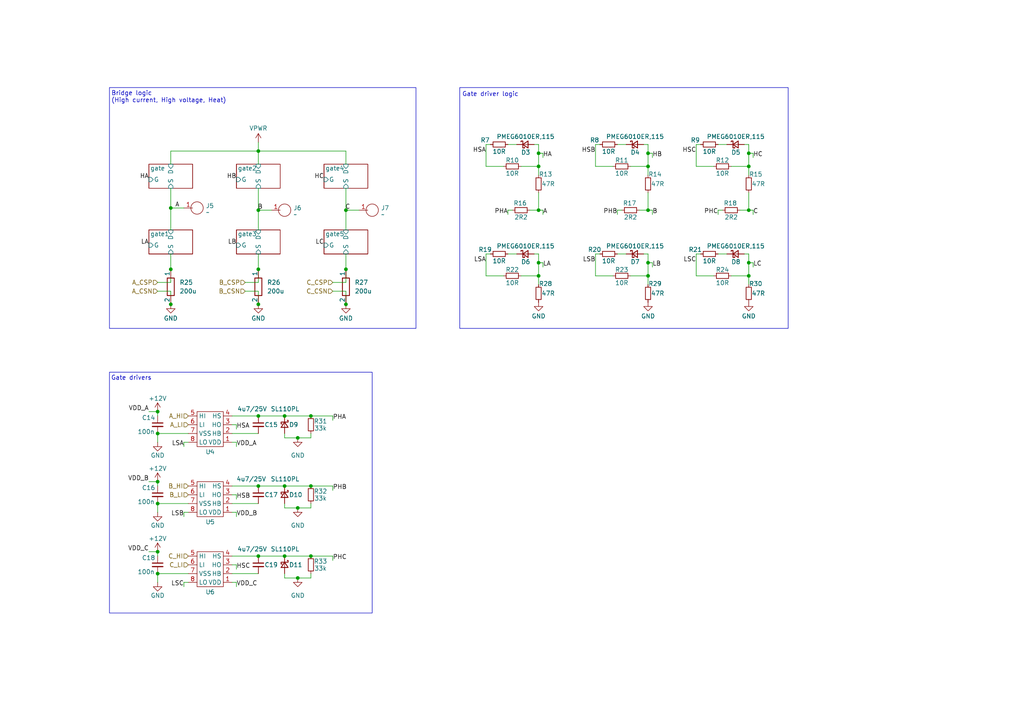
<source format=kicad_sch>
(kicad_sch (version 20231120) (generator "eeschema") (generator_version "8.0")
  (paper "A4")
  (lib_symbols
    (symbol "Device:C_Small" (pin_numbers hide) (pin_names (offset 0.254) hide)
      (property "Reference" "C" (at 0.254 1.778 0))
      (property "Value" "C_Small" (at 0.254 -2.032 0))
      (symbol "C_Small_0_1"
        (polyline (pts (xy -1.524 -0.508) (xy 1.524 -0.508)) (stroke (width 0.3302)))
        (polyline (pts (xy -1.524 0.508) (xy 1.524 0.508)) (stroke (width 0.3048)))
      )
      (symbol "C_Small_1_1"
        (pin passive line (at 0 2.54 270) (length 2.032) (name "~") (number "1"))
        (pin passive line (at 0 -2.54 90) (length 2.032) (name "~") (number "2"))
      )
    )
    (symbol "Device:D_Schottky_Small" (pin_numbers hide) (pin_names (offset 0.254) hide)
      (property "Reference" "D" (at -1.27 2.032 0))
      (property "Value" "D_Schottky_Small" (at -7.112 -2.032 0))
      (symbol "D_Schottky_Small_0_1"
        (polyline (pts (xy -0.762 0) (xy 0.762 0)))
        (polyline (pts (xy 0.762 -1.016) (xy -0.762 0) (xy 0.762 1.016) (xy 0.762 -1.016)) (stroke (width 0.254)))
        (polyline (pts (xy -1.27 0.762) (xy -1.27 1.016) (xy -0.762 1.016) (xy -0.762 -1.016) (xy -0.254 -1.016) (xy -0.254 -0.762)) (stroke (width 0.254)))
      )
      (symbol "D_Schottky_Small_1_1"
        (pin passive line (at -2.54 0 0) (length 1.778) (name "K") (number "1"))
        (pin passive line (at 2.54 0 180) (length 1.778) (name "A") (number "2"))
      )
    )
    (symbol "Device:R_Small" (pin_numbers hide) (pin_names (offset 0.254) hide)
      (property "Reference" "R" (at 0.762 0.508 0))
      (property "Value" "R_Small" (at 0.762 -1.016 0))
      (symbol "R_Small_0_1"
        (rectangle (start -0.762 1.778) (end 0.762 -1.778) (stroke (width 0.2032)))
      )
      (symbol "R_Small_1_1"
        (pin passive line (at 0 2.54 270) (length 0.762) (name "~") (number "1"))
        (pin passive line (at 0 -2.54 90) (length 0.762) (name "~") (number "2"))
      )
    )
    (symbol "Marijn:4mm_Banana_Jack_Vertical"
      (property "Reference" "J" (at 0 0 0))
      (symbol "4mm_Banana_Jack_Vertical_0_1"
        (circle (center 0 0) (radius 1.7961))
      )
      (symbol "4mm_Banana_Jack_Vertical_1_1"
        (pin passive line (at 0 -3.81 90) (length 2.54) (name "") (number "1"))
      )
    )
    (symbol "Marijn:CSS2H-3920R-L500F" (pin_numbers hide) (pin_names (offset 0))
      (property "Reference" "R" (at -4.445 0 90))
      (property "Value" "500u" (at -2.54 0 90))
      (symbol "CSS2H-3920R-L500F_0_1"
        (rectangle (start -1.016 2.54) (end 1.016 -2.54) (stroke (width 0.254)))
      )
      (symbol "CSS2H-3920R-L500F_1_1"
        (pin passive line (at 0 5.08 270) (length 2.54) (name "1") (number "1"))
        (pin passive line (at 0 -5.08 90) (length 2.54) (name "2") (number "2"))
      )
    )
    (symbol "Marijn:MIC4104"
      (property "Reference" "U" (at 0 0 0))
      (symbol "MIC4104_0_1"
        (rectangle (start -3.81 5.08) (end 3.81 -5.08))
      )
      (symbol "MIC4104_1_1"
        (pin power_in line (at -6.35 3.81 0) (length 2.54) (name "VDD") (number "1"))
        (pin passive line (at -6.35 1.27 0) (length 2.54) (name "HB") (number "2"))
        (pin output line (at -6.35 -1.27 0) (length 2.54) (name "HO") (number "3"))
        (pin input line (at -6.35 -3.81 0) (length 2.54) (name "HS") (number "4"))
        (pin input line (at 6.35 -3.81 180) (length 2.54) (name "HI") (number "5"))
        (pin input line (at 6.35 -1.27 180) (length 2.54) (name "LI") (number "6"))
        (pin power_in line (at 6.35 1.27 180) (length 2.54) (name "VSS") (number "7"))
        (pin output line (at 6.35 3.81 180) (length 2.54) (name "LO") (number "8"))
      )
    )
    (symbol "power:+12V" (power) (pin_numbers hide) (pin_names (offset 0) hide)
      (property "Value" "+12V" (at 0 3.556 0))
      (symbol "+12V_0_1"
        (polyline (pts (xy -0.762 1.27) (xy 0 2.54)))
        (polyline (pts (xy 0 0) (xy 0 2.54)))
        (polyline (pts (xy 0 2.54) (xy 0.762 1.27)))
      )
      (symbol "+12V_1_1"
        (pin power_in line (at 0 0 90) (length 0) (name "~") (number "1"))
      )
    )
    (symbol "power:GND" (power) (pin_numbers hide) (pin_names (offset 0) hide)
      (property "Value" "GND" (at 0 -3.81 0))
      (symbol "GND_0_1"
        (polyline (pts (xy 0 0) (xy 0 -1.27) (xy 1.27 -1.27) (xy 0 -2.54) (xy -1.27 -1.27) (xy 0 -1.27)))
      )
      (symbol "GND_1_1"
        (pin power_in line (at 0 0 270) (length 0) (name "~") (number "1"))
      )
    )
    (symbol "power:Vdrive" (power) (pin_numbers hide) (pin_names (offset 0) hide)
      (property "Value" "Vdrive" (at 0 3.556 0))
      (symbol "Vdrive_0_1"
        (polyline (pts (xy -0.762 1.27) (xy 0 2.54)))
        (polyline (pts (xy 0 0) (xy 0 2.54)))
        (polyline (pts (xy 0 2.54) (xy 0.762 1.27)))
      )
      (symbol "Vdrive_1_1"
        (pin power_in line (at 0 0 90) (length 0) (name "~") (number "1"))
      )
    )
  )
  (junction (at 45.72 160.02))
  (junction (at 187.96 48.26))
  (junction (at 187.96 76.2))
  (junction (at 217.17 44.45))
  (junction (at 86.36 127))
  (junction (at 217.17 80.01))
  (junction (at 49.53 78.105))
  (junction (at 45.72 139.7))
  (junction (at 156.21 76.2))
  (junction (at 217.17 76.2))
  (junction (at 74.93 43.815))
  (junction (at 90.17 161.29))
  (junction (at 74.93 161.29))
  (junction (at 217.17 48.26))
  (junction (at 90.17 120.65))
  (junction (at 49.53 88.265))
  (junction (at 45.72 146.05))
  (junction (at 49.53 60.325))
  (junction (at 45.72 119.38))
  (junction (at 74.93 120.65))
  (junction (at 187.96 44.45))
  (junction (at 82.55 161.29))
  (junction (at 187.96 80.01))
  (junction (at 74.93 140.97))
  (junction (at 187.96 60.96))
  (junction (at 74.93 78.105))
  (junction (at 82.55 140.97))
  (junction (at 86.36 167.64))
  (junction (at 86.36 147.32))
  (junction (at 156.21 44.45))
  (junction (at 45.72 166.37))
  (junction (at 156.21 48.26))
  (junction (at 74.93 88.265))
  (junction (at 100.33 88.265))
  (junction (at 90.17 140.97))
  (junction (at 82.55 120.65))
  (junction (at 156.21 80.01))
  (junction (at 156.21 60.96))
  (junction (at 45.72 125.73))
  (junction (at 100.33 60.96))
  (junction (at 100.33 78.105))
  (junction (at 74.93 60.96))
  (junction (at 217.17 60.96))
  (wire (pts (xy 187.96 82.55) (xy 187.96 80.01)))
  (wire (pts (xy 43.18 160.02) (xy 45.72 160.02)))
  (wire (pts (xy 142.24 73.66) (xy 140.97 73.66)))
  (wire (pts (xy 187.96 55.88) (xy 187.96 60.96)))
  (wire (pts (xy 82.55 120.65) (xy 90.17 120.65)))
  (wire (pts (xy 217.17 76.2) (xy 217.17 73.66)))
  (wire (pts (xy 151.13 48.26) (xy 156.21 48.26)))
  (wire (pts (xy 49.53 60.325) (xy 53.34 60.325)))
  (wire (pts (xy 147.32 73.66) (xy 149.86 73.66)))
  (wire (pts (xy 100.33 54.61) (xy 100.33 60.96)))
  (wire (pts (xy 156.21 41.91) (xy 156.21 44.45)))
  (wire (pts (xy 68.58 168.91) (xy 67.31 168.91)))
  (wire (pts (xy 156.21 82.55) (xy 156.21 80.01)))
  (wire (pts (xy 173.99 73.66) (xy 172.72 73.66)))
  (wire (pts (xy 67.31 140.97) (xy 74.93 140.97)))
  (wire (pts (xy 217.17 80.01) (xy 217.17 76.2)))
  (wire (pts (xy 208.28 62.23) (xy 208.28 60.96)))
  (wire (pts (xy 74.93 54.61) (xy 74.93 60.96)))
  (wire (pts (xy 45.72 146.05) (xy 54.61 146.05)))
  (wire (pts (xy 212.09 48.26) (xy 217.17 48.26)))
  (wire (pts (xy 179.07 73.66) (xy 181.61 73.66)))
  (wire (pts (xy 189.23 44.45) (xy 187.96 44.45)))
  (wire (pts (xy 217.17 48.26) (xy 217.17 44.45)))
  (wire (pts (xy 68.58 149.86) (xy 68.58 148.59)))
  (wire (pts (xy 201.93 80.01) (xy 207.01 80.01)))
  (wire (pts (xy 100.33 73.66) (xy 100.33 78.105)))
  (wire (pts (xy 218.44 45.72) (xy 218.44 44.45)))
  (wire (pts (xy 49.53 60.325) (xy 49.53 66.675)))
  (wire (pts (xy 53.34 148.59) (xy 54.61 148.59)))
  (wire (pts (xy 157.48 62.23) (xy 157.48 60.96)))
  (wire (pts (xy 45.72 125.73) (xy 45.72 128.27)))
  (wire (pts (xy 100.33 84.455) (xy 100.33 88.265)))
  (wire (pts (xy 217.17 82.55) (xy 217.17 80.01)))
  (wire (pts (xy 201.93 73.66) (xy 201.93 80.01)))
  (wire (pts (xy 74.93 73.66) (xy 74.93 78.105)))
  (wire (pts (xy 147.32 60.96) (xy 148.59 60.96)))
  (wire (pts (xy 74.93 140.97) (xy 82.55 140.97)))
  (wire (pts (xy 67.31 120.65) (xy 74.93 120.65)))
  (wire (pts (xy 100.33 60.96) (xy 100.33 66.675)))
  (wire (pts (xy 74.93 84.455) (xy 71.12 84.455)))
  (wire (pts (xy 208.28 41.91) (xy 210.82 41.91)))
  (wire (pts (xy 67.31 125.73) (xy 74.93 125.73)))
  (wire (pts (xy 45.72 166.37) (xy 54.61 166.37)))
  (wire (pts (xy 100.33 43.815) (xy 100.33 47.625)))
  (wire (pts (xy 68.58 129.54) (xy 68.58 128.27)))
  (wire (pts (xy 218.44 76.2) (xy 217.17 76.2)))
  (wire (pts (xy 147.32 62.23) (xy 147.32 60.96)))
  (wire (pts (xy 157.48 77.47) (xy 157.48 76.2)))
  (wire (pts (xy 82.55 167.64) (xy 82.55 166.37)))
  (wire (pts (xy 100.33 78.105) (xy 100.33 81.915)))
  (wire (pts (xy 100.33 84.455) (xy 96.52 84.455)))
  (wire (pts (xy 43.18 119.38) (xy 45.72 119.38)))
  (wire (pts (xy 156.21 44.45) (xy 156.21 48.26)))
  (wire (pts (xy 74.93 60.96) (xy 74.93 66.675)))
  (wire (pts (xy 45.72 84.455) (xy 49.53 84.455)))
  (wire (pts (xy 82.55 140.97) (xy 90.17 140.97)))
  (wire (pts (xy 68.58 124.46) (xy 68.58 123.19)))
  (wire (pts (xy 157.48 45.72) (xy 157.48 44.45)))
  (wire (pts (xy 96.52 162.56) (xy 96.52 161.29)))
  (wire (pts (xy 68.58 148.59) (xy 67.31 148.59)))
  (wire (pts (xy 179.07 60.96) (xy 180.34 60.96)))
  (wire (pts (xy 96.52 140.97) (xy 90.17 140.97)))
  (wire (pts (xy 68.58 143.51) (xy 67.31 143.51)))
  (wire (pts (xy 201.93 41.91) (xy 201.93 48.26)))
  (wire (pts (xy 208.28 73.66) (xy 210.82 73.66)))
  (wire (pts (xy 68.58 165.1) (xy 68.58 163.83)))
  (wire (pts (xy 67.31 166.37) (xy 74.93 166.37)))
  (wire (pts (xy 156.21 76.2) (xy 156.21 80.01)))
  (wire (pts (xy 68.58 123.19) (xy 67.31 123.19)))
  (wire (pts (xy 96.52 121.92) (xy 96.52 120.65)))
  (wire (pts (xy 74.93 120.65) (xy 82.55 120.65)))
  (wire (pts (xy 172.72 73.66) (xy 172.72 80.01)))
  (wire (pts (xy 86.36 127) (xy 90.17 127)))
  (wire (pts (xy 140.97 80.01) (xy 146.05 80.01)))
  (wire (pts (xy 68.58 144.78) (xy 68.58 143.51)))
  (wire (pts (xy 156.21 50.8) (xy 156.21 48.26)))
  (wire (pts (xy 215.9 41.91) (xy 217.17 41.91)))
  (wire (pts (xy 74.93 88.265) (xy 74.93 84.455)))
  (wire (pts (xy 154.94 41.91) (xy 156.21 41.91)))
  (wire (pts (xy 142.24 41.91) (xy 140.97 41.91)))
  (wire (pts (xy 53.34 129.54) (xy 53.34 128.27)))
  (wire (pts (xy 189.23 76.2) (xy 187.96 76.2)))
  (wire (pts (xy 82.55 167.64) (xy 86.36 167.64)))
  (wire (pts (xy 45.72 81.915) (xy 49.53 81.915)))
  (wire (pts (xy 156.21 76.2) (xy 156.21 73.66)))
  (wire (pts (xy 82.55 161.29) (xy 90.17 161.29)))
  (wire (pts (xy 74.93 43.815) (xy 74.93 47.625)))
  (wire (pts (xy 187.96 76.2) (xy 187.96 73.66)))
  (wire (pts (xy 186.69 41.91) (xy 187.96 41.91)))
  (wire (pts (xy 140.97 48.26) (xy 146.05 48.26)))
  (wire (pts (xy 154.94 73.66) (xy 156.21 73.66)))
  (wire (pts (xy 96.52 120.65) (xy 90.17 120.65)))
  (wire (pts (xy 173.99 41.91) (xy 172.72 41.91)))
  (wire (pts (xy 187.96 60.96) (xy 185.42 60.96)))
  (wire (pts (xy 218.44 77.47) (xy 218.44 76.2)))
  (wire (pts (xy 74.93 41.275) (xy 74.93 43.815)))
  (wire (pts (xy 189.23 45.72) (xy 189.23 44.45)))
  (wire (pts (xy 74.93 43.815) (xy 100.33 43.815)))
  (wire (pts (xy 187.96 50.8) (xy 187.96 48.26)))
  (wire (pts (xy 45.72 146.05) (xy 45.72 148.59)))
  (wire (pts (xy 49.53 84.455) (xy 49.53 88.265)))
  (wire (pts (xy 45.72 125.73) (xy 54.61 125.73)))
  (wire (pts (xy 212.09 80.01) (xy 217.17 80.01)))
  (wire (pts (xy 215.9 73.66) (xy 217.17 73.66)))
  (wire (pts (xy 90.17 127) (xy 90.17 125.73)))
  (wire (pts (xy 189.23 77.47) (xy 189.23 76.2)))
  (wire (pts (xy 189.23 60.96) (xy 187.96 60.96)))
  (wire (pts (xy 217.17 60.96) (xy 214.63 60.96)))
  (wire (pts (xy 45.72 139.7) (xy 45.72 140.97)))
  (wire (pts (xy 179.07 41.91) (xy 181.61 41.91)))
  (wire (pts (xy 68.58 163.83) (xy 67.31 163.83)))
  (wire (pts (xy 49.53 43.815) (xy 74.93 43.815)))
  (wire (pts (xy 157.48 44.45) (xy 156.21 44.45)))
  (wire (pts (xy 179.07 62.23) (xy 179.07 60.96)))
  (wire (pts (xy 49.53 47.625) (xy 49.53 43.815)))
  (wire (pts (xy 172.72 41.91) (xy 172.72 48.26)))
  (wire (pts (xy 71.12 81.915) (xy 74.93 81.915)))
  (wire (pts (xy 96.52 142.24) (xy 96.52 140.97)))
  (wire (pts (xy 45.72 160.02) (xy 45.72 161.29)))
  (wire (pts (xy 74.93 161.29) (xy 82.55 161.29)))
  (wire (pts (xy 82.55 147.32) (xy 82.55 146.05)))
  (wire (pts (xy 156.21 60.96) (xy 156.21 55.88)))
  (wire (pts (xy 43.18 139.7) (xy 45.72 139.7)))
  (wire (pts (xy 217.17 50.8) (xy 217.17 48.26)))
  (wire (pts (xy 218.44 60.96) (xy 217.17 60.96)))
  (wire (pts (xy 49.53 73.66) (xy 49.53 78.105)))
  (wire (pts (xy 53.34 149.86) (xy 53.34 148.59)))
  (wire (pts (xy 186.69 73.66) (xy 187.96 73.66)))
  (wire (pts (xy 53.34 170.18) (xy 53.34 168.91)))
  (wire (pts (xy 182.88 80.01) (xy 187.96 80.01)))
  (wire (pts (xy 151.13 80.01) (xy 156.21 80.01)))
  (wire (pts (xy 82.55 127) (xy 82.55 125.73)))
  (wire (pts (xy 45.72 119.38) (xy 45.72 120.65)))
  (wire (pts (xy 67.31 161.29) (xy 74.93 161.29)))
  (wire (pts (xy 96.52 81.915) (xy 100.33 81.915)))
  (wire (pts (xy 187.96 44.45) (xy 187.96 41.91)))
  (wire (pts (xy 82.55 127) (xy 86.36 127)))
  (wire (pts (xy 218.44 44.45) (xy 217.17 44.45)))
  (wire (pts (xy 68.58 128.27) (xy 67.31 128.27)))
  (wire (pts (xy 189.23 62.23) (xy 189.23 60.96)))
  (wire (pts (xy 203.2 41.91) (xy 201.93 41.91)))
  (wire (pts (xy 208.28 60.96) (xy 209.55 60.96)))
  (wire (pts (xy 100.33 60.96) (xy 104.14 60.96)))
  (wire (pts (xy 96.52 161.29) (xy 90.17 161.29)))
  (wire (pts (xy 201.93 48.26) (xy 207.01 48.26)))
  (wire (pts (xy 53.34 128.27) (xy 54.61 128.27)))
  (wire (pts (xy 187.96 48.26) (xy 187.96 44.45)))
  (wire (pts (xy 67.31 146.05) (xy 74.93 146.05)))
  (wire (pts (xy 147.32 41.91) (xy 149.86 41.91)))
  (wire (pts (xy 172.72 80.01) (xy 177.8 80.01)))
  (wire (pts (xy 74.93 60.96) (xy 78.74 60.96)))
  (wire (pts (xy 53.34 168.91) (xy 54.61 168.91)))
  (wire (pts (xy 90.17 147.32) (xy 90.17 146.05)))
  (wire (pts (xy 153.67 60.96) (xy 156.21 60.96)))
  (wire (pts (xy 217.17 44.45) (xy 217.17 41.91)))
  (wire (pts (xy 74.93 81.915) (xy 74.93 78.105)))
  (wire (pts (xy 82.55 147.32) (xy 86.36 147.32)))
  (wire (pts (xy 140.97 41.91) (xy 140.97 48.26)))
  (wire (pts (xy 86.36 167.64) (xy 90.17 167.64)))
  (wire (pts (xy 140.97 73.66) (xy 140.97 80.01)))
  (wire (pts (xy 187.96 80.01) (xy 187.96 76.2)))
  (wire (pts (xy 157.48 76.2) (xy 156.21 76.2)))
  (wire (pts (xy 218.44 62.23) (xy 218.44 60.96)))
  (wire (pts (xy 172.72 48.26) (xy 177.8 48.26)))
  (wire (pts (xy 86.36 147.32) (xy 90.17 147.32)))
  (wire (pts (xy 217.17 55.88) (xy 217.17 60.96)))
  (wire (pts (xy 182.88 48.26) (xy 187.96 48.26)))
  (wire (pts (xy 203.2 73.66) (xy 201.93 73.66)))
  (wire (pts (xy 68.58 170.18) (xy 68.58 168.91)))
  (wire (pts (xy 90.17 167.64) (xy 90.17 166.37)))
  (wire (pts (xy 49.53 54.61) (xy 49.53 60.325)))
  (wire (pts (xy 45.72 166.37) (xy 45.72 168.91)))
  (wire (pts (xy 49.53 78.105) (xy 49.53 81.915)))
  (wire (pts (xy 157.48 60.96) (xy 156.21 60.96)))
  (rectangle (start 133.35 25.4) (end 228.6 95.25))
  (rectangle (start 31.75 107.95) (end 107.95 177.8))
  (rectangle (start 31.75 25.4) (end 120.65 95.25))
  (text "Gate drivers" (at 38.1 109.728 0) (effects (font (size 1.27 1.27))))
  (text "Gate driver logic" (at 142.24 27.432 0) (effects (font (size 1.27 1.27))))
  (text "Bridge logic\n(High current, High voltage, Heat)" (at 32.258 28.194 0) (effects (font (size 1.27 1.27)) (justify left)))
  (label "HSA" (at 140.97 44.45 180))
  (label "LSC" (at 201.93 76.2 180))
  (label "HC" (at 93.98 52.07 180))
  (label "LSA" (at 140.97 76.2 180))
  (label "HA" (at 157.48 45.72 0))
  (label "HSB" (at 172.72 44.45 180))
  (label "HB" (at 68.58 52.07 180))
  (label "HA" (at 43.18 52.07 180))
  (label "LC" (at 218.44 77.47 0))
  (label "B" (at 189.23 62.23 0))
  (label "B" (at 76.2 60.96 180))
  (label "VDD_A" (at 68.58 129.54 0))
  (label "HSC" (at 201.93 44.45 180))
  (label "LSB" (at 53.34 149.86 180))
  (label "A" (at 52.07 60.325 180))
  (label "LSA" (at 53.34 129.54 180))
  (label "HSC" (at 68.58 165.1 0))
  (label "PHA" (at 96.52 121.92 0))
  (label "VDD_C" (at 68.58 170.18 0))
  (label "VDD_B" (at 68.58 149.86 0))
  (label "LA" (at 157.48 77.47 0))
  (label "C" (at 101.6 60.96 180))
  (label "VDD_A" (at 43.18 119.38 180))
  (label "HB" (at 189.23 45.72 0))
  (label "PHB" (at 179.07 62.23 180))
  (label "LB" (at 68.58 71.12 180))
  (label "A" (at 157.48 62.23 0))
  (label "PHC" (at 96.52 162.56 0))
  (label "LB" (at 189.23 77.47 0))
  (label "LSC" (at 53.34 170.18 180))
  (label "LSB" (at 172.72 76.2 180))
  (label "LC" (at 93.98 71.12 180))
  (label "PHA" (at 147.32 62.23 180))
  (label "VDD_C" (at 43.18 160.02 180))
  (label "C" (at 218.44 62.23 0))
  (label "VDD_B" (at 43.18 139.7 180))
  (label "PHB" (at 96.52 142.24 0))
  (label "HC" (at 218.44 45.72 0))
  (label "HSA" (at 68.58 124.46 0))
  (label "HSB" (at 68.58 144.78 0))
  (label "LA" (at 43.18 71.12 180))
  (label "PHC" (at 208.28 62.23 180))
  (hierarchical_label "C_HI" (shape input) (at 54.61 161.29 180))
  (hierarchical_label "B_HI" (shape input) (at 54.61 140.97 180))
  (hierarchical_label "C_CSN" (shape input) (at 96.52 84.455 180))
  (hierarchical_label "B_CSN" (shape input) (at 71.12 84.455 180))
  (hierarchical_label "A_HI" (shape input) (at 54.61 120.65 180))
  (hierarchical_label "A_LI" (shape input) (at 54.61 123.19 180))
  (hierarchical_label "B_CSP" (shape input) (at 71.12 81.915 180))
  (hierarchical_label "C_LI" (shape input) (at 54.61 163.83 180))
  (hierarchical_label "C_CSP" (shape input) (at 96.52 81.915 180))
  (hierarchical_label "A_CSN" (shape input) (at 45.72 84.455 180))
  (hierarchical_label "A_CSP" (shape input) (at 45.72 81.915 180))
  (hierarchical_label "B_LI" (shape input) (at 54.61 143.51 180))
  (symbol (lib_id "Device:R_Small") (at 148.59 48.26 90) (unit 1)
    (property "Reference" "R10" (at 148.59 46.482 90))
    (property "Value" "10R" (at 148.59 50.292 90))
    (property "Footprint" "Resistor_SMD:R_0805_2012Metric" (effects (hide yes)))
    (property "Description" "Resistor, small symbol" (effects (hide yes)))
  )
  (symbol (lib_id "Device:R_Small") (at 180.34 80.01 90) (unit 1)
    (property "Reference" "R23" (at 180.34 78.232 90))
    (property "Value" "10R" (at 180.34 82.042 90))
    (property "Footprint" "Resistor_SMD:R_0805_2012Metric" (effects (hide yes)))
    (property "Description" "Resistor, small symbol" (effects (hide yes)))
  )
  (symbol (lib_id "Device:D_Schottky_Small") (at 152.4 73.66 0) (unit 1)
    (property "Reference" "D6" (at 151.13 75.946 0) (effects (justify left)))
    (property "Value" "PMEG6010ER,115" (at 144.018 71.374 0) (effects (justify left)))
    (property "Footprint" "Diode_SMD:Nexperia_CFP3_SOD-123W" (effects (hide yes)))
    (property "Description" "Schottky diode, small symbol" (effects (hide yes)))
  )
  (symbol (lib_id "Device:R_Small") (at 209.55 80.01 90) (unit 1)
    (property "Reference" "R24" (at 209.55 78.232 90))
    (property "Value" "10R" (at 209.55 82.042 90))
    (property "Footprint" "Resistor_SMD:R_0805_2012Metric" (effects (hide yes)))
    (property "Description" "Resistor, small symbol" (effects (hide yes)))
  )
  (symbol (lib_id "Device:R_Small") (at 148.59 80.01 90) (unit 1)
    (property "Reference" "R22" (at 148.59 78.232 90))
    (property "Value" "10R" (at 148.59 82.042 90))
    (property "Footprint" "Resistor_SMD:R_0805_2012Metric" (effects (hide yes)))
    (property "Description" "Resistor, small symbol" (effects (hide yes)))
  )
  (symbol (lib_id "Marijn:MIC4104") (at 60.96 144.78 180) (unit 1)
    (property "Reference" "U5" (at 60.96 151.384 0))
    (property "Value" "~" (at 60.96 151.13 0))
    (property "Footprint" "Package_SO:SOIC-8_3.9x4.9mm_P1.27mm" (effects (hide yes)))
  )
  (symbol (lib_id "Device:D_Schottky_Small") (at 213.36 73.66 0) (unit 1)
    (property "Reference" "D8" (at 212.09 75.946 0) (effects (justify left)))
    (property "Value" "PMEG6010ER,115" (at 204.978 71.374 0) (effects (justify left)))
    (property "Footprint" "Diode_SMD:Nexperia_CFP3_SOD-123W" (effects (hide yes)))
    (property "Description" "Schottky diode, small symbol" (effects (hide yes)))
  )
  (symbol (lib_id "Device:D_Schottky_Small") (at 213.36 41.91 0) (unit 1)
    (property "Reference" "D5" (at 212.09 44.196 0) (effects (justify left)))
    (property "Value" "PMEG6010ER,115" (at 204.978 39.624 0) (effects (justify left)))
    (property "Footprint" "Diode_SMD:Nexperia_CFP3_SOD-123W" (effects (hide yes)))
    (property "Description" "Schottky diode, small symbol" (effects (hide yes)))
  )
  (symbol (lib_id "Device:D_Schottky_Small") (at 82.55 143.51 270) (unit 1)
    (property "Reference" "D10" (at 83.82 143.51 90) (effects (justify left)))
    (property "Value" "SL110PL" (at 78.486 138.938 90) (effects (justify left)))
    (property "Footprint" "Marijn_KiCad:SOD-123FL" (effects (hide yes)))
    (property "Description" "Schottky diode, small symbol" (effects (hide yes)))
  )
  (symbol (lib_id "power:GND") (at 217.17 87.63 0) (unit 1)
    (property "Reference" "#PWR031" (effects (hide yes)))
    (property "Value" "GND" (at 217.17 91.694 0))
    (property "Description" "Power symbol creates a global label with name \"GND\" , ground" (effects (hide yes)))
  )
  (symbol (lib_id "power:GND") (at 86.36 167.64 0) (unit 1)
    (property "Reference" "#PWR042" (effects (hide yes)))
    (property "Value" "GND" (at 86.36 172.72 0))
    (property "Description" "Power symbol creates a global label with name \"GND\" , ground" (effects (hide yes)))
  )
  (symbol (lib_id "Device:R_Small") (at 156.21 53.34 180) (unit 1)
    (property "Reference" "R13" (at 158.242 50.546 0))
    (property "Value" "47R" (at 159.004 53.34 0))
    (property "Footprint" "Resistor_SMD:R_0603_1608Metric" (effects (hide yes)))
    (property "Description" "Resistor, small symbol" (effects (hide yes)))
  )
  (symbol (lib_id "Device:R_Small") (at 156.21 85.09 180) (unit 1)
    (property "Reference" "R28" (at 158.242 82.296 0))
    (property "Value" "47R" (at 159.004 85.09 0))
    (property "Footprint" "Resistor_SMD:R_0603_1608Metric" (effects (hide yes)))
    (property "Description" "Resistor, small symbol" (effects (hide yes)))
  )
  (symbol (lib_id "Device:R_Small") (at 209.55 48.26 90) (unit 1)
    (property "Reference" "R12" (at 209.55 46.482 90))
    (property "Value" "10R" (at 209.55 50.292 90))
    (property "Footprint" "Resistor_SMD:R_0805_2012Metric" (effects (hide yes)))
    (property "Description" "Resistor, small symbol" (effects (hide yes)))
  )
  (symbol (lib_id "Marijn:MIC4104") (at 60.96 124.46 180) (unit 1)
    (property "Reference" "U4" (at 60.96 131.064 0))
    (property "Value" "~" (at 60.96 130.81 0))
    (property "Footprint" "Package_SO:SOIC-8_3.9x4.9mm_P1.27mm" (effects (hide yes)))
  )
  (symbol (lib_id "Device:C_Small") (at 74.93 163.83 0) (unit 1)
    (property "Reference" "C19" (at 76.708 163.83 0) (effects (justify left)))
    (property "Value" "4u7/25V" (at 68.834 159.258 0) (effects (justify left)))
    (property "Footprint" "Capacitor_SMD:C_1206_3216Metric" (effects (hide yes)))
    (property "Description" "Unpolarized capacitor, small symbol" (effects (hide yes)))
  )
  (symbol (lib_id "power:GND") (at 45.72 168.91 0) (unit 1)
    (property "Reference" "#PWR043" (effects (hide yes)))
    (property "Value" "GND" (at 45.72 172.72 0))
    (property "Description" "Power symbol creates a global label with name \"GND\" , ground" (effects (hide yes)))
  )
  (symbol (lib_id "Device:D_Schottky_Small") (at 152.4 41.91 0) (unit 1)
    (property "Reference" "D3" (at 151.13 44.196 0) (effects (justify left)))
    (property "Value" "PMEG6010ER,115" (at 144.018 39.624 0) (effects (justify left)))
    (property "Footprint" "Diode_SMD:Nexperia_CFP3_SOD-123W" (effects (hide yes)))
    (property "Description" "Schottky diode, small symbol" (effects (hide yes)))
  )
  (symbol (lib_id "Device:R_Small") (at 187.96 53.34 180) (unit 1)
    (property "Reference" "R14" (at 189.992 50.546 0))
    (property "Value" "47R" (at 190.754 53.34 0))
    (property "Footprint" "Resistor_SMD:R_0603_1608Metric" (effects (hide yes)))
    (property "Description" "Resistor, small symbol" (effects (hide yes)))
  )
  (symbol (lib_id "Device:R_Small") (at 212.09 60.96 90) (unit 1)
    (property "Reference" "R18" (at 211.836 58.928 90))
    (property "Value" "2R2" (at 212.09 62.992 90))
    (property "Footprint" "Resistor_SMD:R_0603_1608Metric" (effects (hide yes)))
    (property "Description" "Resistor, small symbol" (effects (hide yes)))
  )
  (symbol (lib_id "Device:C_Small") (at 45.72 123.19 0) (unit 1)
    (property "Reference" "C14" (at 41.148 121.158 0) (effects (justify left)))
    (property "Value" "100n" (at 39.878 125.222 0) (effects (justify left)))
    (property "Footprint" "Capacitor_SMD:C_0603_1608Metric" (effects (hide yes)))
    (property "Description" "Unpolarized capacitor, small symbol" (effects (hide yes)))
  )
  (symbol (lib_id "Device:D_Schottky_Small") (at 82.55 123.19 270) (unit 1)
    (property "Reference" "D9" (at 83.82 123.19 90) (effects (justify left)))
    (property "Value" "SL110PL" (at 78.486 118.618 90) (effects (justify left)))
    (property "Footprint" "Marijn_KiCad:SOD-123FL" (effects (hide yes)))
    (property "Description" "Schottky diode, small symbol" (effects (hide yes)))
  )
  (symbol (lib_id "power:GND") (at 74.93 88.265 0) (unit 1)
    (property "Reference" "#PWR033" (effects (hide yes)))
    (property "Value" "GND" (at 74.93 92.329 0))
    (property "Description" "Power symbol creates a global label with name \"GND\" , ground" (effects (hide yes)))
  )
  (symbol (lib_id "Device:R_Small") (at 144.78 41.91 90) (unit 1)
    (property "Reference" "R7" (at 140.716 40.64 90))
    (property "Value" "10R" (at 144.78 43.942 90))
    (property "Footprint" "Resistor_SMD:R_0805_2012Metric" (effects (hide yes)))
    (property "Description" "Resistor, small symbol" (effects (hide yes)))
  )
  (symbol (lib_id "Device:D_Schottky_Small") (at 82.55 163.83 270) (unit 1)
    (property "Reference" "D11" (at 83.82 163.83 90) (effects (justify left)))
    (property "Value" "SL110PL" (at 78.486 159.258 90) (effects (justify left)))
    (property "Footprint" "Marijn_KiCad:SOD-123FL" (effects (hide yes)))
    (property "Description" "Schottky diode, small symbol" (effects (hide yes)))
  )
  (symbol (lib_id "power:GND") (at 100.33 88.265 0) (unit 1)
    (property "Reference" "#PWR034" (effects (hide yes)))
    (property "Value" "GND" (at 100.33 92.329 0))
    (property "Description" "Power symbol creates a global label with name \"GND\" , ground" (effects (hide yes)))
  )
  (symbol (lib_id "Marijn:4mm_Banana_Jack_Vertical") (at 57.15 60.325 270) (unit 1)
    (property "Reference" "J5" (at 59.69 59.6899 90) (effects (justify left)))
    (property "Value" "~" (at 59.69 61.595 90) (effects (justify left)))
    (property "Footprint" "Marijn_KiCad:4mm_Banana_Jack_Vertical" (effects (hide yes)))
  )
  (symbol (lib_id "Device:R_Small") (at 176.53 41.91 90) (unit 1)
    (property "Reference" "R8" (at 172.466 40.64 90))
    (property "Value" "10R" (at 176.53 43.942 90))
    (property "Footprint" "Resistor_SMD:R_0805_2012Metric" (effects (hide yes)))
    (property "Description" "Resistor, small symbol" (effects (hide yes)))
  )
  (symbol (lib_id "power:GND") (at 86.36 127 0) (unit 1)
    (property "Reference" "#PWR036" (effects (hide yes)))
    (property "Value" "GND" (at 86.36 132.08 0))
    (property "Description" "Power symbol creates a global label with name \"GND\" , ground" (effects (hide yes)))
  )
  (symbol (lib_id "Device:R_Small") (at 90.17 123.19 180) (unit 1)
    (property "Reference" "R31" (at 92.964 122.174 0))
    (property "Value" "33k" (at 92.964 124.206 0))
    (property "Footprint" "Resistor_SMD:R_1206_3216Metric" (effects (hide yes)))
    (property "Description" "Resistor, small symbol" (effects (hide yes)))
  )
  (symbol (lib_id "Device:R_Small") (at 90.17 143.51 180) (unit 1)
    (property "Reference" "R32" (at 92.964 142.494 0))
    (property "Value" "33k" (at 92.964 144.526 0))
    (property "Footprint" "Resistor_SMD:R_1206_3216Metric" (effects (hide yes)))
    (property "Description" "Resistor, small symbol" (effects (hide yes)))
  )
  (symbol (lib_id "Marijn:4mm_Banana_Jack_Vertical") (at 107.95 60.96 270) (unit 1)
    (property "Reference" "J7" (at 110.49 60.3249 90) (effects (justify left)))
    (property "Value" "~" (at 110.49 62.23 90) (effects (justify left)))
    (property "Footprint" "Marijn_KiCad:4mm_Banana_Jack_Vertical" (effects (hide yes)))
  )
  (symbol (lib_id "Marijn:CSS2H-3920R-L500F") (at 74.93 83.185 0) (unit 1)
    (property "Reference" "R26" (at 77.47 81.9149 0) (effects (justify left)))
    (property "Value" "200u" (at 77.47 84.4549 0) (effects (justify left)))
    (property "Footprint" "Marijn_KiCad:CSS2H-3920R-xxxx" (effects (hide yes)))
    (property "Datasheet" "https://nl.mouser.com/datasheet/2/54/css2h_3920-1862139.pdf" (effects (hide yes)))
    (property "Description" "Shunt resistor" (effects (hide yes)))
  )
  (symbol (lib_id "Device:R_Small") (at 180.34 48.26 90) (unit 1)
    (property "Reference" "R11" (at 180.34 46.482 90))
    (property "Value" "10R" (at 180.34 50.292 90))
    (property "Footprint" "Resistor_SMD:R_0805_2012Metric" (effects (hide yes)))
    (property "Description" "Resistor, small symbol" (effects (hide yes)))
  )
  (symbol (lib_id "Device:R_Small") (at 187.96 85.09 180) (unit 1)
    (property "Reference" "R29" (at 189.992 82.296 0))
    (property "Value" "47R" (at 190.754 85.09 0))
    (property "Footprint" "Resistor_SMD:R_0603_1608Metric" (effects (hide yes)))
    (property "Description" "Resistor, small symbol" (effects (hide yes)))
  )
  (symbol (lib_id "Marijn:4mm_Banana_Jack_Vertical") (at 82.55 60.96 270) (unit 1)
    (property "Reference" "J6" (at 85.09 60.3249 90) (effects (justify left)))
    (property "Value" "~" (at 85.09 62.23 90) (effects (justify left)))
    (property "Footprint" "Marijn_KiCad:4mm_Banana_Jack_Vertical" (effects (hide yes)))
  )
  (symbol (lib_id "power:GND") (at 187.96 87.63 0) (unit 1)
    (property "Reference" "#PWR030" (effects (hide yes)))
    (property "Value" "GND" (at 187.96 91.694 0))
    (property "Description" "Power symbol creates a global label with name \"GND\" , ground" (effects (hide yes)))
  )
  (symbol (lib_id "Device:D_Schottky_Small") (at 184.15 73.66 0) (unit 1)
    (property "Reference" "D7" (at 182.88 75.946 0) (effects (justify left)))
    (property "Value" "PMEG6010ER,115" (at 175.768 71.374 0) (effects (justify left)))
    (property "Footprint" "Diode_SMD:Nexperia_CFP3_SOD-123W" (effects (hide yes)))
    (property "Description" "Schottky diode, small symbol" (effects (hide yes)))
  )
  (symbol (lib_id "Marijn:CSS2H-3920R-L500F") (at 100.33 83.185 0) (unit 1)
    (property "Reference" "R27" (at 102.87 81.9149 0) (effects (justify left)))
    (property "Value" "200u" (at 102.87 84.4549 0) (effects (justify left)))
    (property "Footprint" "Marijn_KiCad:CSS2H-3920R-xxxx" (effects (hide yes)))
    (property "Datasheet" "https://nl.mouser.com/datasheet/2/54/css2h_3920-1862139.pdf" (effects (hide yes)))
    (property "Description" "Shunt resistor" (effects (hide yes)))
  )
  (symbol (lib_id "Device:R_Small") (at 176.53 73.66 90) (unit 1)
    (property "Reference" "R20" (at 172.466 72.39 90))
    (property "Value" "10R" (at 176.53 75.692 90))
    (property "Footprint" "Resistor_SMD:R_0805_2012Metric" (effects (hide yes)))
    (property "Description" "Resistor, small symbol" (effects (hide yes)))
  )
  (symbol (lib_id "Device:C_Small") (at 74.93 123.19 0) (unit 1)
    (property "Reference" "C15" (at 76.708 123.19 0) (effects (justify left)))
    (property "Value" "4u7/25V" (at 68.834 118.618 0) (effects (justify left)))
    (property "Footprint" "Capacitor_SMD:C_1206_3216Metric" (effects (hide yes)))
    (property "Description" "Unpolarized capacitor, small symbol" (effects (hide yes)))
  )
  (symbol (lib_id "power:GND") (at 86.36 147.32 0) (unit 1)
    (property "Reference" "#PWR039" (effects (hide yes)))
    (property "Value" "GND" (at 86.36 152.4 0))
    (property "Description" "Power symbol creates a global label with name \"GND\" , ground" (effects (hide yes)))
  )
  (symbol (lib_id "Device:R_Small") (at 90.17 163.83 180) (unit 1)
    (property "Reference" "R33" (at 92.964 162.814 0))
    (property "Value" "33k" (at 92.964 164.846 0))
    (property "Footprint" "Resistor_SMD:R_1206_3216Metric" (effects (hide yes)))
    (property "Description" "Resistor, small symbol" (effects (hide yes)))
  )
  (symbol (lib_id "power:+12V") (at 45.72 160.02 0) (unit 1)
    (property "Reference" "#PWR041" (effects (hide yes)))
    (property "Value" "+12V" (at 45.72 156.21 0))
    (property "Description" "Power symbol creates a global label with name \"+12V\"" (effects (hide yes)))
  )
  (symbol (lib_id "Device:R_Small") (at 205.74 73.66 90) (unit 1)
    (property "Reference" "R21" (at 201.676 72.39 90))
    (property "Value" "10R" (at 205.74 75.692 90))
    (property "Footprint" "Resistor_SMD:R_0805_2012Metric" (effects (hide yes)))
    (property "Description" "Resistor, small symbol" (effects (hide yes)))
  )
  (symbol (lib_id "Device:D_Schottky_Small") (at 184.15 41.91 0) (unit 1)
    (property "Reference" "D4" (at 182.88 44.196 0) (effects (justify left)))
    (property "Value" "PMEG6010ER,115" (at 175.768 39.624 0) (effects (justify left)))
    (property "Footprint" "Diode_SMD:Nexperia_CFP3_SOD-123W" (effects (hide yes)))
    (property "Description" "Schottky diode, small symbol" (effects (hide yes)))
  )
  (symbol (lib_id "Device:R_Small") (at 151.13 60.96 90) (unit 1)
    (property "Reference" "R16" (at 150.876 58.928 90))
    (property "Value" "2R2" (at 151.13 62.992 90))
    (property "Footprint" "Resistor_SMD:R_0603_1608Metric" (effects (hide yes)))
    (property "Description" "Resistor, small symbol" (effects (hide yes)))
  )
  (symbol (lib_id "power:Vdrive") (at 74.93 41.275 0) (unit 1)
    (property "Reference" "#PWR028" (effects (hide yes)))
    (property "Value" "VPWR" (at 74.93 37.211 0))
    (property "Description" "Power symbol creates a global label with name \"Vdrive\"" (effects (hide yes)))
  )
  (symbol (lib_id "Device:R_Small") (at 217.17 53.34 180) (unit 1)
    (property "Reference" "R15" (at 219.202 50.546 0))
    (property "Value" "47R" (at 219.964 53.34 0))
    (property "Footprint" "Resistor_SMD:R_0603_1608Metric" (effects (hide yes)))
    (property "Description" "Resistor, small symbol" (effects (hide yes)))
  )
  (symbol (lib_id "Marijn:CSS2H-3920R-L500F") (at 49.53 83.185 0) (unit 1)
    (property "Reference" "R25" (at 52.07 81.9149 0) (effects (justify left)))
    (property "Value" "200u" (at 52.07 84.4549 0) (effects (justify left)))
    (property "Footprint" "Marijn_KiCad:CSS2H-3920R-xxxx" (effects (hide yes)))
    (property "Datasheet" "https://nl.mouser.com/datasheet/2/54/css2h_3920-1862139.pdf" (effects (hide yes)))
    (property "Description" "Shunt resistor" (effects (hide yes)))
  )
  (symbol (lib_id "power:+12V") (at 45.72 119.38 0) (unit 1)
    (property "Reference" "#PWR035" (effects (hide yes)))
    (property "Value" "+12V" (at 45.72 115.57 0))
    (property "Description" "Power symbol creates a global label with name \"+12V\"" (effects (hide yes)))
  )
  (symbol (lib_id "power:GND") (at 45.72 128.27 0) (unit 1)
    (property "Reference" "#PWR037" (effects (hide yes)))
    (property "Value" "GND" (at 45.72 132.08 0))
    (property "Description" "Power symbol creates a global label with name \"GND\" , ground" (effects (hide yes)))
  )
  (symbol (lib_id "Device:R_Small") (at 182.88 60.96 90) (unit 1)
    (property "Reference" "R17" (at 182.626 58.928 90))
    (property "Value" "2R2" (at 182.88 62.992 90))
    (property "Footprint" "Resistor_SMD:R_0603_1608Metric" (effects (hide yes)))
    (property "Description" "Resistor, small symbol" (effects (hide yes)))
  )
  (symbol (lib_id "Device:C_Small") (at 45.72 163.83 0) (unit 1)
    (property "Reference" "C18" (at 41.148 161.798 0) (effects (justify left)))
    (property "Value" "100n" (at 39.878 165.862 0) (effects (justify left)))
    (property "Footprint" "Capacitor_SMD:C_0603_1608Metric" (effects (hide yes)))
    (property "Description" "Unpolarized capacitor, small symbol" (effects (hide yes)))
  )
  (symbol (lib_id "power:GND") (at 156.21 87.63 0) (unit 1)
    (property "Reference" "#PWR029" (effects (hide yes)))
    (property "Value" "GND" (at 156.21 91.694 0))
    (property "Description" "Power symbol creates a global label with name \"GND\" , ground" (effects (hide yes)))
  )
  (symbol (lib_id "power:GND") (at 49.53 88.265 0) (unit 1)
    (property "Reference" "#PWR032" (effects (hide yes)))
    (property "Value" "GND" (at 49.53 92.329 0))
    (property "Description" "Power symbol creates a global label with name \"GND\" , ground" (effects (hide yes)))
  )
  (symbol (lib_id "Device:R_Small") (at 205.74 41.91 90) (unit 1)
    (property "Reference" "R9" (at 201.676 40.64 90))
    (property "Value" "10R" (at 205.74 43.942 90))
    (property "Footprint" "Resistor_SMD:R_0805_2012Metric" (effects (hide yes)))
    (property "Description" "Resistor, small symbol" (effects (hide yes)))
  )
  (symbol (lib_id "Device:R_Small") (at 217.17 85.09 180) (unit 1)
    (property "Reference" "R30" (at 219.202 82.296 0))
    (property "Value" "47R" (at 219.964 85.09 0))
    (property "Footprint" "Resistor_SMD:R_0603_1608Metric" (effects (hide yes)))
    (property "Description" "Resistor, small symbol" (effects (hide yes)))
  )
  (symbol (lib_id "Device:R_Small") (at 144.78 73.66 90) (unit 1)
    (property "Reference" "R19" (at 140.716 72.39 90))
    (property "Value" "10R" (at 144.78 75.692 90))
    (property "Footprint" "Resistor_SMD:R_0805_2012Metric" (effects (hide yes)))
    (property "Description" "Resistor, small symbol" (effects (hide yes)))
  )
  (symbol (lib_id "power:GND") (at 45.72 148.59 0) (unit 1)
    (property "Reference" "#PWR040" (effects (hide yes)))
    (property "Value" "GND" (at 45.72 152.4 0))
    (property "Description" "Power symbol creates a global label with name \"GND\" , ground" (effects (hide yes)))
  )
  (symbol (lib_id "Device:C_Small") (at 45.72 143.51 0) (unit 1)
    (property "Reference" "C16" (at 41.148 141.478 0) (effects (justify left)))
    (property "Value" "100n" (at 39.878 145.542 0) (effects (justify left)))
    (property "Footprint" "Capacitor_SMD:C_0603_1608Metric" (effects (hide yes)))
    (property "Description" "Unpolarized capacitor, small symbol" (effects (hide yes)))
  )
  (symbol (lib_id "power:+12V") (at 45.72 139.7 0) (unit 1)
    (property "Reference" "#PWR038" (effects (hide yes)))
    (property "Value" "+12V" (at 45.72 135.89 0))
    (property "Description" "Power symbol creates a global label with name \"+12V\"" (effects (hide yes)))
  )
  (symbol (lib_id "Marijn:MIC4104") (at 60.96 165.1 180) (unit 1)
    (property "Reference" "U6" (at 60.96 171.704 0))
    (property "Value" "~" (at 60.96 171.45 0))
    (property "Footprint" "Package_SO:SOIC-8_3.9x4.9mm_P1.27mm" (effects (hide yes)))
  )
  (symbol (lib_id "Device:C_Small") (at 74.93 143.51 0) (unit 1)
    (property "Reference" "C17" (at 76.708 143.51 0) (effects (justify left)))
    (property "Value" "4u7/25V" (at 68.58 138.938 0) (effects (justify left)))
    (property "Footprint" "Capacitor_SMD:C_1206_3216Metric" (effects (hide yes)))
    (property "Description" "Unpolarized capacitor, small symbol" (effects (hide yes)))
  )
  (sheet (at 93.98 47.625) (size 12.7 6.985) (stroke (width 0.1524))
    (property "Sheetname" "gate4" (at 94.361 49.53 0) (effects (justify left bottom)))
    (property "Sheetfile" "gate.kicad_sch" (effects (hide yes)))
    (pin "D" input (at 100.33 47.625 90))
    (pin "S" input (at 100.33 54.61 270))
    (pin "G" input (at 93.98 52.07 180))
  )
  (sheet (at 68.58 47.625) (size 12.7 6.985) (stroke (width 0.1524))
    (property "Sheetname" "gate2" (at 68.961 49.53 0) (effects (justify left bottom)))
    (property "Sheetfile" "gate.kicad_sch" (effects (hide yes)))
    (pin "D" input (at 74.93 47.625 90))
    (pin "S" input (at 74.93 54.61 270))
    (pin "G" input (at 68.58 52.07 180))
  )
  (sheet (at 68.58 66.675) (size 12.7 6.985) (stroke (width 0.1524))
    (property "Sheetname" "gate3" (at 68.961 68.58 0) (effects (justify left bottom)))
    (property "Sheetfile" "gate.kicad_sch" (effects (hide yes)))
    (pin "D" input (at 74.93 66.675 90))
    (pin "S" input (at 74.93 73.66 270))
    (pin "G" input (at 68.58 71.12 180))
  )
  (sheet (at 93.98 66.675) (size 12.7 6.985) (stroke (width 0.1524))
    (property "Sheetname" "gate5" (at 94.361 68.58 0) (effects (justify left bottom)))
    (property "Sheetfile" "gate.kicad_sch" (effects (hide yes)))
    (pin "D" input (at 100.33 66.675 90))
    (pin "S" input (at 100.33 73.66 270))
    (pin "G" input (at 93.98 71.12 180))
  )
  (sheet (at 43.18 66.675) (size 12.7 6.985) (stroke (width 0.1524))
    (property "Sheetname" "gate1" (at 43.561 68.58 0) (effects (justify left bottom)))
    (property "Sheetfile" "gate.kicad_sch" (effects (hide yes)))
    (pin "D" input (at 49.53 66.675 90))
    (pin "S" input (at 49.53 73.66 270))
    (pin "G" input (at 43.18 71.12 180))
  )
  (sheet (at 43.18 47.625) (size 12.7 6.985) (stroke (width 0.1524))
    (property "Sheetname" "gate" (at 43.561 49.53 0) (effects (justify left bottom)))
    (property "Sheetfile" "gate.kicad_sch" (effects (hide yes)))
    (pin "D" input (at 49.53 47.625 90))
    (pin "S" input (at 49.53 54.61 270))
    (pin "G" input (at 43.18 52.07 180))
  )
)
</source>
